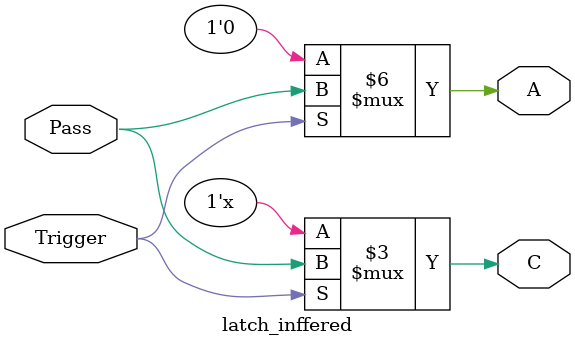
<source format=sv>
module latch_inffered(
  output reg A,C,
  input Trigger,Pass);
 
  
//If you don’t assign every element that can be assigned inside an always@( * ) 
//block every time that always@( * ) block is executed, a latch  will be inferred 
//for that element.
  	
   
   always @ ( * ) begin
	    A = 1'b0 ;
	     if ( Trigger ) begin
	       A = Pass ;
	       C = Pass ;
	  end
	end
endmodule

</source>
